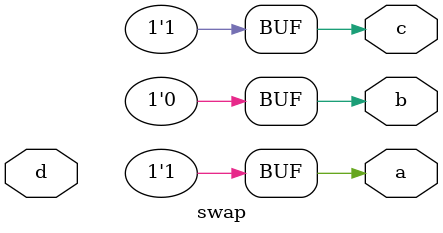
<source format=v>
`timescale 1ns / 1ps
module swap(a,b,c,d );
input d;
output a,b, c; 
reg a,b,c;
always @(d) 

	
	begin  
	
		a<=1'b1;   
		#5000 b<=1'b0; 
		#4000 c<=1'b1;
	
	end 


endmodule




</source>
